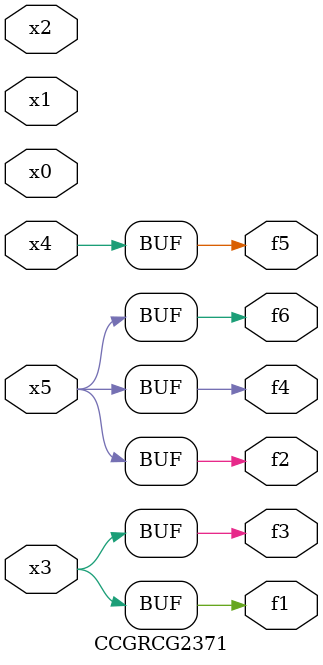
<source format=v>
module CCGRCG2371(
	input x0, x1, x2, x3, x4, x5,
	output f1, f2, f3, f4, f5, f6
);
	assign f1 = x3;
	assign f2 = x5;
	assign f3 = x3;
	assign f4 = x5;
	assign f5 = x4;
	assign f6 = x5;
endmodule

</source>
